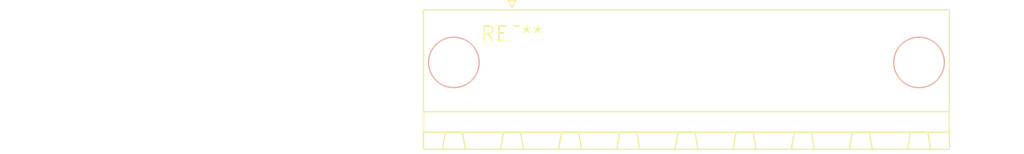
<source format=kicad_pcb>
(kicad_pcb (version 20240108) (generator pcbnew)
  (layers (0 "F.Cu" signal) (31 "B.Cu" signal) (34 "B.Paste" user) (35 "F.Paste" user) (36 "B.SilkS" user "B.Silkscreen") (37 "F.SilkS" user "F.Silkscreen") (38 "B.Mask" user) (39 "F.Mask" user) (44 "Edge.Cuts" user))
  (net 0 "")
  (footprint "PhoenixContact_MSTB_2,5_7-GF-5,08_1x07_P5.08mm_Horizontal_ThreadedFlange_MountHole" (layer "F.Cu") (at 0 0)
    (property "Reference" "REF**")
    (property "Value" "PhoenixContact_MSTB_2,5_7-GF-5,08_1x07_P5.08mm_Horizontal_ThreadedFlange_MountHole")
    (fp_circle (center -5.08 2.5) (end -2.87 2.5) (layer "B.SilkS") (stroke (width 0.12)) (fill none))
    (fp_circle (center 35.56 2.5) (end 37.77 2.5) (layer "B.SilkS") (stroke (width 0.12)) (fill none))
    (fp_line (start -7.73 -2.11) (end -7.73 10.11) (layer "F.SilkS") (stroke (width 0.12)))
    (fp_line (start -7.73 6.81) (end 38.21 6.81) (layer "F.SilkS") (stroke (width 0.12)))
    (fp_line (start -7.73 8.61) (end -7.73 6.81) (layer "F.SilkS") (stroke (width 0.12)))
    (fp_line (start -7.73 10.11) (end 38.21 10.11) (layer "F.SilkS") (stroke (width 0.12)))
    (fp_line (start -6.08 10.11) (end -4.08 10.11) (layer "F.SilkS") (stroke (width 0.12)))
    (fp_line (start -5.83 8.61) (end -6.08 10.11) (layer "F.SilkS") (stroke (width 0.12)))
    (fp_line (start -4.33 8.61) (end -5.83 8.61) (layer "F.SilkS") (stroke (width 0.12)))
    (fp_line (start -4.08 10.11) (end -4.33 8.61) (layer "F.SilkS") (stroke (width 0.12)))
    (fp_line (start -1 10.11) (end 1 10.11) (layer "F.SilkS") (stroke (width 0.12)))
    (fp_line (start -0.75 8.61) (end -1 10.11) (layer "F.SilkS") (stroke (width 0.12)))
    (fp_line (start -0.3 -2.91) (end 0.3 -2.91) (layer "F.SilkS") (stroke (width 0.12)))
    (fp_line (start 0 -2.31) (end -0.3 -2.91) (layer "F.SilkS") (stroke (width 0.12)))
    (fp_line (start 0.3 -2.91) (end 0 -2.31) (layer "F.SilkS") (stroke (width 0.12)))
    (fp_line (start 0.75 8.61) (end -0.75 8.61) (layer "F.SilkS") (stroke (width 0.12)))
    (fp_line (start 1 10.11) (end 0.75 8.61) (layer "F.SilkS") (stroke (width 0.12)))
    (fp_line (start 4.08 10.11) (end 6.08 10.11) (layer "F.SilkS") (stroke (width 0.12)))
    (fp_line (start 4.33 8.61) (end 4.08 10.11) (layer "F.SilkS") (stroke (width 0.12)))
    (fp_line (start 5.83 8.61) (end 4.33 8.61) (layer "F.SilkS") (stroke (width 0.12)))
    (fp_line (start 6.08 10.11) (end 5.83 8.61) (layer "F.SilkS") (stroke (width 0.12)))
    (fp_line (start 9.16 10.11) (end 11.16 10.11) (layer "F.SilkS") (stroke (width 0.12)))
    (fp_line (start 9.41 8.61) (end 9.16 10.11) (layer "F.SilkS") (stroke (width 0.12)))
    (fp_line (start 10.91 8.61) (end 9.41 8.61) (layer "F.SilkS") (stroke (width 0.12)))
    (fp_line (start 11.16 10.11) (end 10.91 8.61) (layer "F.SilkS") (stroke (width 0.12)))
    (fp_line (start 14.24 10.11) (end 16.24 10.11) (layer "F.SilkS") (stroke (width 0.12)))
    (fp_line (start 14.49 8.61) (end 14.24 10.11) (layer "F.SilkS") (stroke (width 0.12)))
    (fp_line (start 15.99 8.61) (end 14.49 8.61) (layer "F.SilkS") (stroke (width 0.12)))
    (fp_line (start 16.24 10.11) (end 15.99 8.61) (layer "F.SilkS") (stroke (width 0.12)))
    (fp_line (start 19.32 10.11) (end 21.32 10.11) (layer "F.SilkS") (stroke (width 0.12)))
    (fp_line (start 19.57 8.61) (end 19.32 10.11) (layer "F.SilkS") (stroke (width 0.12)))
    (fp_line (start 21.07 8.61) (end 19.57 8.61) (layer "F.SilkS") (stroke (width 0.12)))
    (fp_line (start 21.32 10.11) (end 21.07 8.61) (layer "F.SilkS") (stroke (width 0.12)))
    (fp_line (start 24.4 10.11) (end 26.4 10.11) (layer "F.SilkS") (stroke (width 0.12)))
    (fp_line (start 24.65 8.61) (end 24.4 10.11) (layer "F.SilkS") (stroke (width 0.12)))
    (fp_line (start 26.15 8.61) (end 24.65 8.61) (layer "F.SilkS") (stroke (width 0.12)))
    (fp_line (start 26.4 10.11) (end 26.15 8.61) (layer "F.SilkS") (stroke (width 0.12)))
    (fp_line (start 29.48 10.11) (end 31.48 10.11) (layer "F.SilkS") (stroke (width 0.12)))
    (fp_line (start 29.73 8.61) (end 29.48 10.11) (layer "F.SilkS") (stroke (width 0.12)))
    (fp_line (start 31.23 8.61) (end 29.73 8.61) (layer "F.SilkS") (stroke (width 0.12)))
    (fp_line (start 31.48 10.11) (end 31.23 8.61) (layer "F.SilkS") (stroke (width 0.12)))
    (fp_line (start 34.56 10.11) (end 36.56 10.11) (layer "F.SilkS") (stroke (width 0.12)))
    (fp_line (start 34.81 8.61) (end 34.56 10.11) (layer "F.SilkS") (stroke (width 0.12)))
    (fp_line (start 36.31 8.61) (end 34.81 8.61) (layer "F.SilkS") (stroke (width 0.12)))
    (fp_line (start 36.56 10.11) (end 36.31 8.61) (layer "F.SilkS") (stroke (width 0.12)))
    (fp_line (start 38.21 -2.11) (end -7.73 -2.11) (layer "F.SilkS") (stroke (width 0.12)))
    (fp_line (start 38.21 6.81) (end 38.21 8.61) (layer "F.SilkS") (stroke (width 0.12)))
    (fp_line (start 38.21 8.61) (end -7.73 8.61) (layer "F.SilkS") (stroke (width 0.12)))
    (fp_line (start 38.21 10.11) (end 38.21 -2.11) (layer "F.SilkS") (stroke (width 0.12)))
    (pad "" np_thru_hole circle (at -5.08 2.5) (size 2.4 2.4) (drill 2.4) (layers *.Cu *.Mask))
    (pad "" np_thru_hole circle (at 35.56 2.5) (size 2.4 2.4) (drill 2.4) (layers *.Cu *.Mask))
    (pad "1" thru_hole roundrect (at 0 0) (size 2.08 3.6) (drill 1.4) (layers *.Cu *.Mask) (remove_unused_layers) (roundrect_rratio 0.120192))
    (pad "2" thru_hole oval (at 5.08 0) (size 2.08 3.6) (drill 1.4) (layers *.Cu *.Mask) (remove_unused_layers))
    (pad "3" thru_hole oval (at 10.16 0) (size 2.08 3.6) (drill 1.4) (layers *.Cu *.Mask) (remove_unused_layers))
    (pad "4" thru_hole oval (at 15.24 0) (size 2.08 3.6) (drill 1.4) (layers *.Cu *.Mask) (remove_unused_layers))
    (pad "5" thru_hole oval (at 20.32 0) (size 2.08 3.6) (drill 1.4) (layers *.Cu *.Mask) (remove_unused_layers))
    (pad "6" thru_hole oval (at 25.4 0) (size 2.08 3.6) (drill 1.4) (layers *.Cu *.Mask) (remove_unused_layers))
    (pad "7" thru_hole oval (at 30.48 0) (size 2.08 3.6) (drill 1.4) (layers *.Cu *.Mask) (remove_unused_layers))
  )
)
</source>
